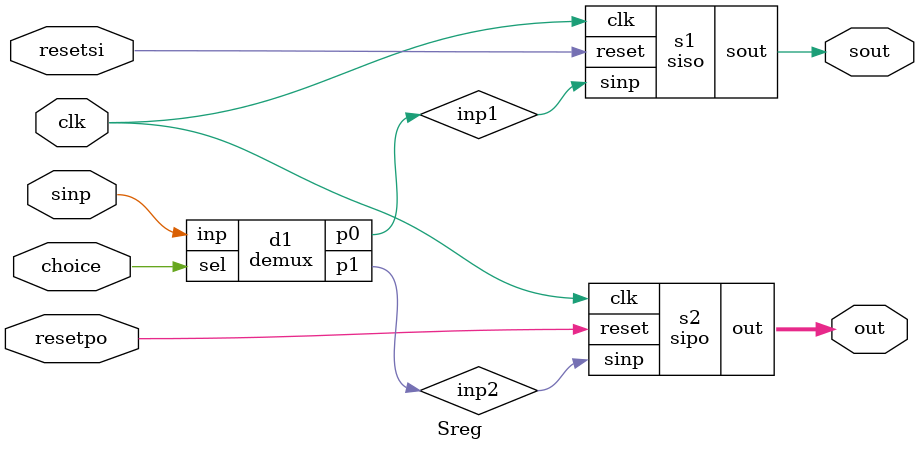
<source format=v>
module demux(input wire sel, inp, output reg p0, p1);
    always @ * begin
        if (sel==0)
            p0=inp;
        else
            p1=inp;
    end
endmodule

module dflipflop(input wire clk, inp, reset, output wire out);
    reg dfout;
    always @(posedge clk) begin
        if (reset)
            dfout<=0;
        else
            dfout<=inp;
    end
    assign out=dfout;
endmodule

module siso(input wire clk, sinp, reset, output wire sout);
    wire temp[2:0];
    dflipflop df1(clk, sinp, reset, temp[0]);
    dflipflop df2(clk, temp[0], reset, temp[1]);
    dflipflop df3(clk, temp[1], reset, temp[2]);
    dflipflop df4(clk, temp[2], reset, sout);
endmodule

module sipo(input wire clk, sinp, reset, output wire [3:0]out);
    dflipflop df1(clk, sinp, reset, out[0]);
    dflipflop df2(clk, out[0], reset, out[1]);
    dflipflop df3(clk, out[1], reset, out[2]);
    dflipflop df4(clk, out[2], reset, out[3]);
endmodule

module Sreg(input wire clk, sinp, resetsi, resetpo, choice, output wire [3:0]out, 
output wire sout);
    wire inp1, inp2;
    demux d1(choice, sinp, inp1, inp2);
    siso s1(clk, inp1, resetsi, sout);
    sipo s2(clk, inp2, resetpo, out);
endmodule
</source>
